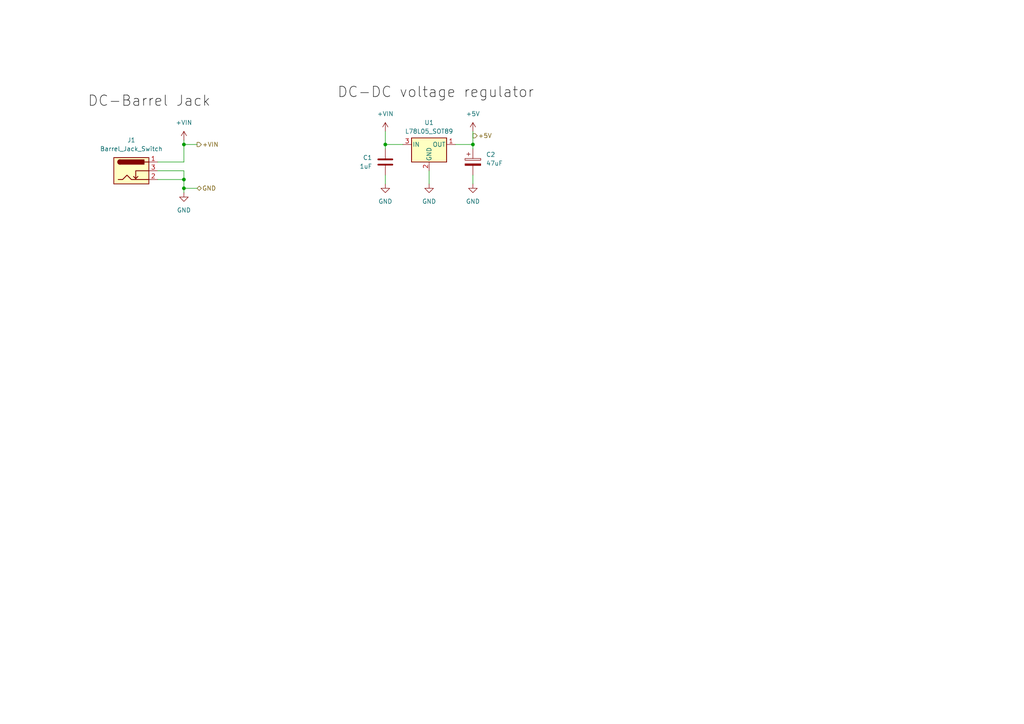
<source format=kicad_sch>
(kicad_sch (version 20231120) (generator "eeschema") (generator_version "8.0")
  (paper "A4")
  (lib_symbols
    (symbol "Connector:Barrel_Jack_Switch" (pin_names hide)
      (property "Reference" "J" (at 0 5.334 0))
      (property "Value" "Barrel_Jack_Switch" (at 0 -5.08 0))
      (symbol "Barrel_Jack_Switch_0_1"
        (rectangle (start -5.08 3.81) (end 5.08 -3.81) (stroke (width 0.254)) (fill (type background)))
        (arc (start -3.302 3.175) (mid -3.9343 2.54) (end -3.302 1.905) (stroke (width 0.254)))
        (arc (start -3.302 3.175) (mid -3.9343 2.54) (end -3.302 1.905) (stroke (width 0.254)) (fill (type outline)))
        (polyline (pts (xy 1.27 -2.286) (xy 1.905 -1.651)) (stroke (width 0.254)))
        (polyline (pts (xy 5.08 2.54) (xy 3.81 2.54)) (stroke (width 0.254)))
        (polyline (pts (xy 5.08 0) (xy 1.27 0) (xy 1.27 -2.286) (xy 0.635 -1.651)) (stroke (width 0.254)))
        (polyline (pts (xy -3.81 -2.54) (xy -2.54 -2.54) (xy -1.27 -1.27) (xy 0 -2.54) (xy 2.54 -2.54) (xy 5.08 -2.54)) (stroke (width 0.254)))
        (rectangle (start 3.683 3.175) (end -3.302 1.905) (stroke (width 0.254)) (fill (type outline)))
      )
      (symbol "Barrel_Jack_Switch_1_1"
        (pin passive line (at 7.62 2.54 180) (length 2.54) (name "~") (number "1"))
        (pin passive line (at 7.62 -2.54 180) (length 2.54) (name "~") (number "2"))
        (pin passive line (at 7.62 0 180) (length 2.54) (name "~") (number "3"))
      )
    )
    (symbol "Device:C" (pin_numbers hide) (pin_names (offset 0.254))
      (property "Reference" "C" (at 0.635 2.54 0))
      (property "Value" "C" (at 0.635 -2.54 0))
      (symbol "C_0_1"
        (polyline (pts (xy -2.032 -0.762) (xy 2.032 -0.762)) (stroke (width 0.508)))
        (polyline (pts (xy -2.032 0.762) (xy 2.032 0.762)) (stroke (width 0.508)))
      )
      (symbol "C_1_1"
        (pin passive line (at 0 3.81 270) (length 2.794) (name "~") (number "1"))
        (pin passive line (at 0 -3.81 90) (length 2.794) (name "~") (number "2"))
      )
    )
    (symbol "Device:C_Polarized" (pin_numbers hide) (pin_names (offset 0.254))
      (property "Reference" "C" (at 0.635 2.54 0))
      (property "Value" "C_Polarized" (at 0.635 -2.54 0))
      (symbol "C_Polarized_0_1"
        (rectangle (start -2.286 0.508) (end 2.286 1.016))
        (polyline (pts (xy -1.778 2.286) (xy -0.762 2.286)))
        (polyline (pts (xy -1.27 2.794) (xy -1.27 1.778)))
        (rectangle (start 2.286 -0.508) (end -2.286 -1.016) (fill (type outline)))
      )
      (symbol "C_Polarized_1_1"
        (pin passive line (at 0 3.81 270) (length 2.794) (name "~") (number "1"))
        (pin passive line (at 0 -3.81 90) (length 2.794) (name "~") (number "2"))
      )
    )
    (symbol "Regulator_Linear:L78L05_SOT89" (pin_names (offset 0.254))
      (property "Reference" "U" (at -3.81 3.175 0))
      (property "Value" "L78L05_SOT89" (at -0.635 3.175 0))
      (symbol "L78L05_SOT89_0_1"
        (rectangle (start -5.08 1.905) (end 5.08 -5.08) (stroke (width 0.254)) (fill (type background)))
      )
      (symbol "L78L05_SOT89_1_1"
        (pin power_out line (at 7.62 0 180) (length 2.54) (name "OUT") (number "1"))
        (pin power_in line (at 0 -7.62 90) (length 2.54) (name "GND") (number "2"))
        (pin power_in line (at -7.62 0 0) (length 2.54) (name "IN") (number "3"))
      )
    )
    (symbol "power:+5V" (power) (pin_names (offset 0))
      (property "Value" "+5V" (at 0 3.556 0))
      (symbol "+5V_0_1"
        (polyline (pts (xy -0.762 1.27) (xy 0 2.54)))
        (polyline (pts (xy 0 0) (xy 0 2.54)))
        (polyline (pts (xy 0 2.54) (xy 0.762 1.27)))
      )
      (symbol "+5V_1_1"
        (pin power_in line (at 0 0 90) (length 0) hide (name "+5V") (number "1"))
      )
    )
    (symbol "power:GND" (power) (pin_names (offset 0))
      (property "Value" "GND" (at 0 -3.81 0))
      (symbol "GND_0_1"
        (polyline (pts (xy 0 0) (xy 0 -1.27) (xy 1.27 -1.27) (xy 0 -2.54) (xy -1.27 -1.27) (xy 0 -1.27)))
      )
      (symbol "GND_1_1"
        (pin power_in line (at 0 0 270) (length 0) hide (name "GND") (number "1"))
      )
    )
    (symbol "power:VCC" (power) (pin_names (offset 0))
      (property "Value" "VCC" (at 0 3.81 0))
      (symbol "VCC_0_1"
        (polyline (pts (xy -0.762 1.27) (xy 0 2.54)))
        (polyline (pts (xy 0 0) (xy 0 2.54)))
        (polyline (pts (xy 0 2.54) (xy 0.762 1.27)))
      )
      (symbol "VCC_1_1"
        (pin power_in line (at 0 0 90) (length 0) hide (name "VCC") (number "1"))
      )
    )
  )
  (junction (at 53.34 54.61))
  (junction (at 53.34 52.07))
  (junction (at 111.76 41.91))
  (junction (at 137.16 41.91))
  (junction (at 53.34 41.91))
  (wire (pts (xy 57.15 54.61) (xy 53.34 54.61)))
  (wire (pts (xy 111.76 38.1) (xy 111.76 41.91)))
  (wire (pts (xy 57.15 41.91) (xy 53.34 41.91)))
  (wire (pts (xy 45.72 49.53) (xy 53.34 49.53)))
  (wire (pts (xy 124.46 49.53) (xy 124.46 53.34)))
  (wire (pts (xy 137.16 38.1) (xy 137.16 41.91)))
  (wire (pts (xy 53.34 54.61) (xy 53.34 52.07)))
  (wire (pts (xy 137.16 50.8) (xy 137.16 53.34)))
  (wire (pts (xy 45.72 46.99) (xy 53.34 46.99)))
  (wire (pts (xy 53.34 49.53) (xy 53.34 52.07)))
  (wire (pts (xy 53.34 55.88) (xy 53.34 54.61)))
  (wire (pts (xy 111.76 50.8) (xy 111.76 53.34)))
  (wire (pts (xy 132.08 41.91) (xy 137.16 41.91)))
  (wire (pts (xy 53.34 52.07) (xy 45.72 52.07)))
  (wire (pts (xy 137.16 41.91) (xy 137.16 43.18)))
  (wire (pts (xy 111.76 43.18) (xy 111.76 41.91)))
  (wire (pts (xy 111.76 41.91) (xy 116.84 41.91)))
  (wire (pts (xy 53.34 40.64) (xy 53.34 41.91)))
  (wire (pts (xy 53.34 41.91) (xy 53.34 46.99)))
  (label "DC-Barrel Jack" (at 25.4 31.75 0) (effects (font (size 3 3))))
  (label "DC-DC voltage regulator" (at 97.79 29.21 0) (effects (font (size 3 3))))
  (hierarchical_label "GND" (shape bidirectional) (at 57.15 54.61 0))
  (hierarchical_label "+VIN" (shape output) (at 57.15 41.91 0))
  (hierarchical_label "+5V" (shape output) (at 137.16 39.37 0))
  (symbol (lib_id "power:GND") (at 111.76 53.34 0) (unit 1)
    (property "Reference" "#PWR012" (effects (hide yes)))
    (property "Value" "GND" (at 111.76 58.42 0))
    (property "Description" "Power symbol creates a global label with name \"GND\" , ground" (effects (hide yes)))
  )
  (symbol (lib_id "power:GND") (at 137.16 53.34 0) (unit 1)
    (property "Reference" "#PWR015" (effects (hide yes)))
    (property "Value" "GND" (at 137.16 58.42 0))
    (property "Description" "Power symbol creates a global label with name \"GND\" , ground" (effects (hide yes)))
  )
  (symbol (lib_id "power:VCC") (at 111.76 38.1 0) (unit 1)
    (property "Reference" "#PWR016" (effects (hide yes)))
    (property "Value" "+VIN" (at 111.76 33.02 0))
    (property "Description" "Power symbol creates a global label with name \"VCC\"" (effects (hide yes)))
  )
  (symbol (lib_id "power:GND") (at 53.34 55.88 0) (unit 1)
    (property "Reference" "#PWR02" (effects (hide yes)))
    (property "Value" "GND" (at 53.34 60.96 0))
    (property "Description" "Power symbol creates a global label with name \"GND\" , ground" (effects (hide yes)))
  )
  (symbol (lib_id "Regulator_Linear:L78L05_SOT89") (at 124.46 41.91 0) (unit 1) (in_bom no)
    (property "Reference" "U1" (at 124.46 35.56 0))
    (property "Value" "L78L05_SOT89" (at 124.46 38.1 0))
    (property "Footprint" "Package_TO_SOT_SMD:SOT-89-3" (effects (hide yes)))
    (property "Datasheet" "http://www.st.com/content/ccc/resource/technical/document/datasheet/15/55/e5/aa/23/5b/43/fd/CD00000446.pdf/files/CD00000446.pdf/jcr:content/translations/en.CD00000446.pdf" (effects (hide yes)))
    (property "Description" "Positive 100mA 30V Linear Regulator, Fixed Output 5V, SOT-89" (effects (hide yes)))
    (property "LCSC" "C71136" (effects (hide yes)))
  )
  (symbol (lib_id "Device:C_Polarized") (at 137.16 46.99 0) (unit 1) (in_bom no)
    (property "Reference" "C2" (at 140.97 44.831 0) (effects (justify left)))
    (property "Value" "47uF" (at 140.97 47.371 0) (effects (justify left)))
    (property "Footprint" "Capacitor_SMD:C_0805_2012Metric_Pad1.18x1.45mm_HandSolder" (effects (hide yes)))
    (property "Description" "Polarized capacitor" (effects (hide yes)))
    (property "LCSC" "C16780" (effects (hide yes)))
  )
  (symbol (lib_id "Device:C") (at 111.76 46.99 0) (mirror y) (unit 1) (in_bom no)
    (property "Reference" "C1" (at 107.95 45.72 0) (effects (justify left)))
    (property "Value" "1uF" (at 107.95 48.26 0) (effects (justify left)))
    (property "Footprint" "Capacitor_SMD:C_0805_2012Metric_Pad1.18x1.45mm_HandSolder" (effects (hide yes)))
    (property "Description" "Unpolarized capacitor" (effects (hide yes)))
    (property "LCSC" "C28323" (effects (hide yes)))
  )
  (symbol (lib_id "power:VCC") (at 53.34 40.64 0) (unit 1)
    (property "Reference" "#PWR01" (effects (hide yes)))
    (property "Value" "+VIN" (at 53.34 35.56 0))
    (property "Description" "Power symbol creates a global label with name \"VCC\"" (effects (hide yes)))
  )
  (symbol (lib_id "power:+5V") (at 137.16 38.1 0) (unit 1)
    (property "Reference" "#PWR014" (effects (hide yes)))
    (property "Value" "+5V" (at 137.16 33.02 0))
    (property "Description" "Power symbol creates a global label with name \"+5V\"" (effects (hide yes)))
  )
  (symbol (lib_id "power:GND") (at 124.46 53.34 0) (unit 1)
    (property "Reference" "#PWR013" (effects (hide yes)))
    (property "Value" "GND" (at 124.46 58.42 0))
    (property "Description" "Power symbol creates a global label with name \"GND\" , ground" (effects (hide yes)))
  )
  (symbol (lib_id "Connector:Barrel_Jack_Switch") (at 38.1 49.53 0) (unit 1)
    (property "Reference" "J1" (at 38.1 40.64 0))
    (property "Value" "Barrel_Jack_Switch" (at 38.1 43.18 0))
    (property "Footprint" "Connector_BarrelJack:BarrelJack_Wuerth_6941xx301002" (effects (hide yes)))
    (property "Description" "DC Barrel Jack with an internal switch" (effects (hide yes)))
    (property "LCSC" "C431532 " (effects (hide yes)))
  )
)
</source>
